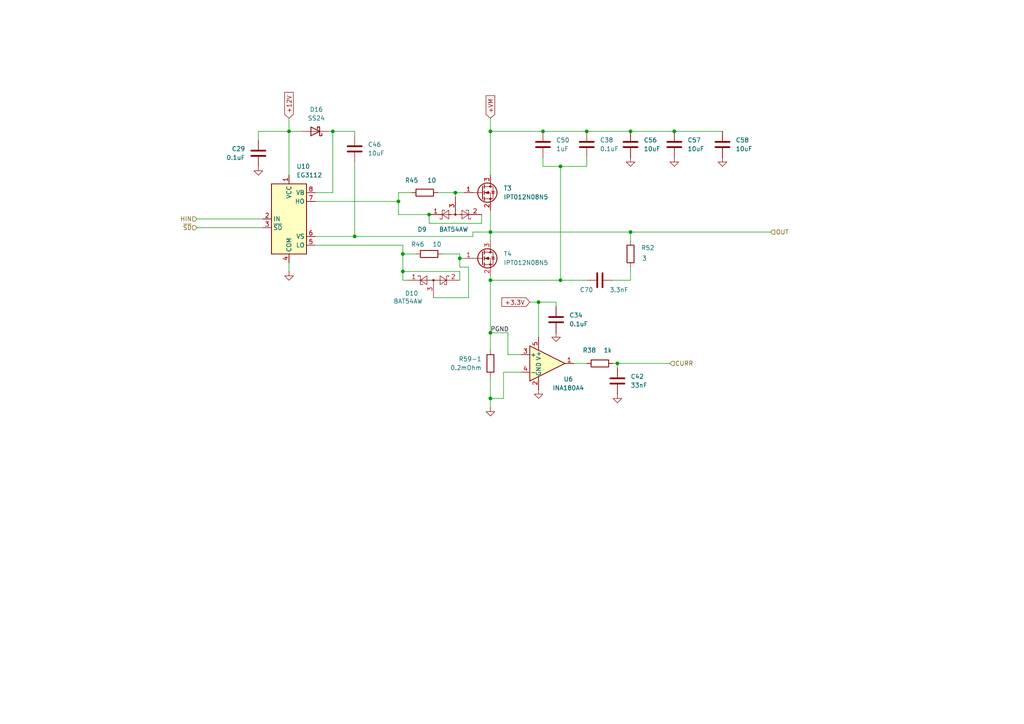
<source format=kicad_sch>
(kicad_sch (version 20250114) (generator "eeschema") (generator_version "9.0")
  (paper "A4")
  (lib_symbols
    (symbol "Amplifier_Current:INA180A4" (pin_names (offset 0.127))
      (property "Reference" "U" (at 3.81 3.81 0))
      (property "Value" "INA180A4" (at 3.81 -2.54 0))
      (symbol "INA180A4_0_1"
        (polyline (pts (xy 5.08 0) (xy -5.08 5.08) (xy -5.08 -5.08) (xy 5.08 0)) (stroke (width 0.254)) (fill (type background)))
      )
      (symbol "INA180A4_1_1"
        (pin input line (at -7.62 2.54 0) (length 2.54) (name "+") (number "3"))
        (pin input line (at -7.62 -2.54 0) (length 2.54) (name "-") (number "4"))
        (pin power_in line (at -2.54 7.62 270) (length 3.81) (name "V+") (number "5"))
        (pin power_in line (at -2.54 -7.62 90) (length 3.81) (name "GND") (number "2"))
        (pin output line (at 7.62 0 180) (length 2.54) (name "~") (number "1"))
      )
    )
    (symbol "Device:C" (pin_numbers (hide yes)) (pin_names (offset 0.254))
      (property "Reference" "C" (at 0.635 2.54 0))
      (property "Value" "C" (at 0.635 -2.54 0))
      (symbol "C_0_1"
        (polyline (pts (xy -2.032 0.762) (xy 2.032 0.762)) (stroke (width 0.508)))
        (polyline (pts (xy -2.032 -0.762) (xy 2.032 -0.762)) (stroke (width 0.508)))
      )
      (symbol "C_1_1"
        (pin passive line (at 0 3.81 270) (length 2.794) (name "~") (number "1"))
        (pin passive line (at 0 -3.81 90) (length 2.794) (name "~") (number "2"))
      )
    )
    (symbol "Device:R" (pin_numbers (hide yes)) (pin_names (offset 0))
      (property "Reference" "R" (at 2.032 0 90))
      (property "Value" "R" (at 0 0 90))
      (symbol "R_0_1"
        (rectangle (start -1.016 -2.54) (end 1.016 2.54) (stroke (width 0.254)))
      )
      (symbol "R_1_1"
        (pin passive line (at 0 3.81 270) (length 1.27) (name "~") (number "1"))
        (pin passive line (at 0 -3.81 90) (length 1.27) (name "~") (number "2"))
      )
    )
    (symbol "Diode:BAT54AW" (pin_names (offset 1.016))
      (property "Reference" "D" (at 0.635 -3.81 0))
      (property "Value" "BAT54AW" (at -6.35 3.175 0))
      (symbol "BAT54AW_0_1"
        (polyline (pts (xy -4.445 1.27) (xy -4.445 1.016)))
        (polyline (pts (xy -3.81 1.27) (xy -4.445 1.27)))
        (polyline (pts (xy -3.81 0) (xy -1.27 0)))
        (polyline (pts (xy -3.81 -1.27) (xy -3.81 1.27)))
        (polyline (pts (xy -3.81 -1.27) (xy -3.175 -1.27)))
        (polyline (pts (xy -3.175 -1.27) (xy -3.175 -1.016)))
        (polyline (pts (xy -1.905 1.27) (xy -1.905 -1.27) (xy -3.81 0) (xy -1.905 1.27)))
        (polyline (pts (xy -1.905 0) (xy 1.905 0)))
        (circle (center 0 0) (radius 0.254) (fill (type outline)))
        (polyline (pts (xy 1.27 0) (xy 3.81 0)))
        (polyline (pts (xy 1.905 1.27) (xy 1.905 -1.27) (xy 3.81 0) (xy 1.905 1.27)))
        (polyline (pts (xy 3.175 -1.27) (xy 3.175 -1.016)))
        (polyline (pts (xy 3.81 1.27) (xy 4.445 1.27)))
        (polyline (pts (xy 3.81 -1.27) (xy 3.175 -1.27)))
        (polyline (pts (xy 3.81 -1.27) (xy 3.81 1.27)))
        (polyline (pts (xy 4.445 1.27) (xy 4.445 1.016)))
      )
      (symbol "BAT54AW_1_1"
        (pin passive line (at -7.62 0 0) (length 3.81) (name "~") (number "1"))
        (pin passive line (at 0 -5.08 90) (length 5.08) (name "~") (number "3"))
        (pin passive line (at 7.62 0 180) (length 3.81) (name "~") (number "2"))
      )
    )
    (symbol "Diode:SS24" (pin_numbers (hide yes)) (pin_names (offset 1.016) (hide yes))
      (property "Reference" "D" (at 0 2.54 0))
      (property "Value" "SS24" (at 0 -2.54 0))
      (symbol "SS24_0_1"
        (polyline (pts (xy -1.905 0.635) (xy -1.905 1.27) (xy -1.27 1.27) (xy -1.27 -1.27) (xy -0.635 -1.27) (xy -0.635 -0.635)) (stroke (width 0.254)))
        (polyline (pts (xy 1.27 1.27) (xy 1.27 -1.27) (xy -1.27 0) (xy 1.27 1.27)) (stroke (width 0.254)))
        (polyline (pts (xy 1.27 0) (xy -1.27 0)))
      )
      (symbol "SS24_1_1"
        (pin passive line (at -3.81 0 0) (length 2.54) (name "K") (number "1"))
        (pin passive line (at 3.81 0 180) (length 2.54) (name "A") (number "2"))
      )
    )
    (symbol "Transistor_FET:IPT012N08N5" (pin_names (hide yes))
      (property "Reference" "Q" (at 5.08 1.905 0))
      (property "Value" "IPT012N08N5" (at 5.08 0 0))
      (symbol "IPT012N08N5_0_1"
        (polyline (pts (xy 0.254 1.905) (xy 0.254 -1.905)) (stroke (width 0.254)))
        (polyline (pts (xy 0.254 0) (xy -2.54 0)))
        (polyline (pts (xy 0.762 2.286) (xy 0.762 1.27)) (stroke (width 0.254)))
        (polyline (pts (xy 0.762 0.508) (xy 0.762 -0.508)) (stroke (width 0.254)))
        (polyline (pts (xy 0.762 -1.27) (xy 0.762 -2.286)) (stroke (width 0.254)))
        (polyline (pts (xy 0.762 -1.778) (xy 3.302 -1.778) (xy 3.302 1.778) (xy 0.762 1.778)))
        (polyline (pts (xy 1.016 0) (xy 2.032 0.381) (xy 2.032 -0.381) (xy 1.016 0)) (fill (type outline)))
        (circle (center 1.651 0) (radius 2.794) (stroke (width 0.254)))
        (polyline (pts (xy 2.54 2.54) (xy 2.54 1.778)))
        (circle (center 2.54 1.778) (radius 0.254) (fill (type outline)))
        (circle (center 2.54 -1.778) (radius 0.254) (fill (type outline)))
        (polyline (pts (xy 2.54 -2.54) (xy 2.54 0) (xy 0.762 0)))
        (polyline (pts (xy 2.794 0.508) (xy 2.921 0.381) (xy 3.683 0.381) (xy 3.81 0.254)))
        (polyline (pts (xy 3.302 0.381) (xy 2.921 -0.254) (xy 3.683 -0.254) (xy 3.302 0.381)))
      )
      (symbol "IPT012N08N5_1_1"
        (pin input line (at -5.08 0 0) (length 2.54) (name "G") (number "1"))
        (pin passive line (at 2.54 5.08 270) (length 2.54) (name "D") (number "3"))
        (pin passive line (at 2.54 -5.08 90) (length 2.54) (name "S") (number "2"))
      )
    )
    (symbol "local:EG2104S"
      (property "Reference" "U" (at 1.27 13.335 0))
      (property "Value" "EG2104S" (at 1.27 11.43 0))
      (symbol "EG2104S_0_1"
        (rectangle (start -5.08 10.16) (end 5.08 -10.16) (stroke (width 0.254)) (fill (type background)))
      )
      (symbol "EG2104S_1_1"
        (pin input line (at -7.62 0 0) (length 2.54) (name "IN") (number "2"))
        (pin input line (at -7.62 -2.54 0) (length 2.54) (name "~{SD}") (number "3"))
        (pin power_in line (at 0 12.7 270) (length 2.54) (name "VCC") (number "1"))
        (pin power_in line (at 0 -12.7 90) (length 2.54) (name "COM") (number "4"))
        (pin passive line (at 7.62 7.62 180) (length 2.54) (name "VB") (number "8"))
        (pin output line (at 7.62 5.08 180) (length 2.54) (name "HO") (number "7"))
        (pin passive line (at 7.62 -5.08 180) (length 2.54) (name "VS") (number "6"))
        (pin output line (at 7.62 -7.62 180) (length 2.54) (name "LO") (number "5"))
      )
    )
    (symbol "power:GND" (power) (pin_numbers (hide yes)) (pin_names (offset 0) (hide yes))
      (property "Value" "GND" (at 0 -3.81 0))
      (symbol "GND_0_1"
        (polyline (pts (xy 0 0) (xy 0 -1.27) (xy 1.27 -1.27) (xy 0 -2.54) (xy -1.27 -1.27) (xy 0 -1.27)))
      )
      (symbol "GND_1_1"
        (pin power_in line (at 0 0 270) (length 0) (name "~") (number "1"))
      )
    )
  )
  (junction (at 157.48 38.1))
  (junction (at 195.58 38.1))
  (junction (at 170.18 38.1))
  (junction (at 116.84 73.66))
  (junction (at 83.82 38.1))
  (junction (at 162.56 81.28))
  (junction (at 116.84 78.74))
  (junction (at 182.88 38.1))
  (junction (at 96.52 38.1))
  (junction (at 162.56 48.26))
  (junction (at 133.35 74.93))
  (junction (at 142.24 115.57))
  (junction (at 142.24 67.31))
  (junction (at 124.46 62.23))
  (junction (at 115.57 58.42))
  (junction (at 102.87 68.58))
  (junction (at 132.08 55.88))
  (junction (at 182.88 67.31))
  (junction (at 179.07 105.41))
  (junction (at 142.24 81.28))
  (junction (at 142.24 38.1))
  (junction (at 142.24 96.52))
  (junction (at 156.21 87.63))
  (wire (pts (xy 182.88 67.31) (xy 182.88 69.85)))
  (wire (pts (xy 125.73 86.36) (xy 135.89 86.36)))
  (wire (pts (xy 157.48 38.1) (xy 170.18 38.1)))
  (wire (pts (xy 83.82 76.2) (xy 83.82 78.74)))
  (wire (pts (xy 132.08 55.88) (xy 132.08 57.15)))
  (wire (pts (xy 151.13 102.87) (xy 147.32 102.87)))
  (wire (pts (xy 116.84 71.12) (xy 91.44 71.12)))
  (wire (pts (xy 137.16 67.31) (xy 142.24 67.31)))
  (wire (pts (xy 139.7 62.23) (xy 139.7 64.77)))
  (wire (pts (xy 162.56 48.26) (xy 162.56 81.28)))
  (wire (pts (xy 170.18 48.26) (xy 162.56 48.26)))
  (wire (pts (xy 118.11 81.28) (xy 116.84 81.28)))
  (wire (pts (xy 142.24 60.96) (xy 142.24 67.31)))
  (wire (pts (xy 156.21 97.79) (xy 156.21 87.63)))
  (wire (pts (xy 142.24 115.57) (xy 142.24 118.11)))
  (wire (pts (xy 182.88 81.28) (xy 177.8 81.28)))
  (wire (pts (xy 147.32 96.52) (xy 142.24 96.52)))
  (wire (pts (xy 132.08 55.88) (xy 134.62 55.88)))
  (wire (pts (xy 182.88 67.31) (xy 223.52 67.31)))
  (wire (pts (xy 74.93 38.1) (xy 83.82 38.1)))
  (wire (pts (xy 137.16 68.58) (xy 137.16 67.31)))
  (wire (pts (xy 102.87 68.58) (xy 137.16 68.58)))
  (wire (pts (xy 96.52 38.1) (xy 96.52 55.88)))
  (wire (pts (xy 57.15 66.04) (xy 76.2 66.04)))
  (wire (pts (xy 142.24 34.29) (xy 142.24 38.1)))
  (wire (pts (xy 146.05 115.57) (xy 142.24 115.57)))
  (wire (pts (xy 161.29 87.63) (xy 161.29 88.9)))
  (wire (pts (xy 133.35 73.66) (xy 133.35 74.93)))
  (wire (pts (xy 142.24 96.52) (xy 142.24 101.6)))
  (wire (pts (xy 83.82 38.1) (xy 87.63 38.1)))
  (wire (pts (xy 133.35 74.93) (xy 134.62 74.93)))
  (wire (pts (xy 162.56 81.28) (xy 142.24 81.28)))
  (wire (pts (xy 115.57 62.23) (xy 115.57 58.42)))
  (wire (pts (xy 182.88 77.47) (xy 182.88 81.28)))
  (wire (pts (xy 57.15 63.5) (xy 76.2 63.5)))
  (wire (pts (xy 177.8 105.41) (xy 179.07 105.41)))
  (wire (pts (xy 115.57 55.88) (xy 119.38 55.88)))
  (wire (pts (xy 166.37 105.41) (xy 170.18 105.41)))
  (wire (pts (xy 116.84 78.74) (xy 116.84 73.66)))
  (wire (pts (xy 128.27 73.66) (xy 133.35 73.66)))
  (wire (pts (xy 127 55.88) (xy 132.08 55.88)))
  (wire (pts (xy 142.24 38.1) (xy 157.48 38.1)))
  (wire (pts (xy 170.18 38.1) (xy 182.88 38.1)))
  (wire (pts (xy 147.32 102.87) (xy 147.32 96.52)))
  (wire (pts (xy 157.48 45.72) (xy 157.48 48.26)))
  (wire (pts (xy 139.7 64.77) (xy 124.46 64.77)))
  (wire (pts (xy 179.07 105.41) (xy 179.07 106.68)))
  (wire (pts (xy 142.24 80.01) (xy 142.24 81.28)))
  (wire (pts (xy 116.84 73.66) (xy 116.84 71.12)))
  (wire (pts (xy 124.46 62.23) (xy 124.46 64.77)))
  (wire (pts (xy 96.52 38.1) (xy 102.87 38.1)))
  (wire (pts (xy 116.84 81.28) (xy 116.84 78.74)))
  (wire (pts (xy 156.21 87.63) (xy 161.29 87.63)))
  (wire (pts (xy 91.44 58.42) (xy 115.57 58.42)))
  (wire (pts (xy 116.84 78.74) (xy 133.35 78.74)))
  (wire (pts (xy 157.48 48.26) (xy 162.56 48.26)))
  (wire (pts (xy 135.89 77.47) (xy 133.35 77.47)))
  (wire (pts (xy 146.05 107.95) (xy 146.05 115.57)))
  (wire (pts (xy 151.13 107.95) (xy 146.05 107.95)))
  (wire (pts (xy 91.44 55.88) (xy 96.52 55.88)))
  (wire (pts (xy 153.67 87.63) (xy 156.21 87.63)))
  (wire (pts (xy 124.46 62.23) (xy 115.57 62.23)))
  (wire (pts (xy 142.24 67.31) (xy 142.24 69.85)))
  (wire (pts (xy 95.25 38.1) (xy 96.52 38.1)))
  (wire (pts (xy 142.24 81.28) (xy 142.24 96.52)))
  (wire (pts (xy 102.87 46.99) (xy 102.87 68.58)))
  (wire (pts (xy 195.58 38.1) (xy 209.55 38.1)))
  (wire (pts (xy 170.18 45.72) (xy 170.18 48.26)))
  (wire (pts (xy 162.56 81.28) (xy 170.18 81.28)))
  (wire (pts (xy 102.87 38.1) (xy 102.87 39.37)))
  (wire (pts (xy 182.88 38.1) (xy 195.58 38.1)))
  (wire (pts (xy 120.65 73.66) (xy 116.84 73.66)))
  (wire (pts (xy 179.07 105.41) (xy 194.31 105.41)))
  (wire (pts (xy 135.89 77.47) (xy 135.89 86.36)))
  (wire (pts (xy 83.82 38.1) (xy 83.82 50.8)))
  (wire (pts (xy 142.24 109.22) (xy 142.24 115.57)))
  (wire (pts (xy 133.35 81.28) (xy 133.35 78.74)))
  (wire (pts (xy 91.44 68.58) (xy 102.87 68.58)))
  (wire (pts (xy 142.24 38.1) (xy 142.24 50.8)))
  (wire (pts (xy 74.93 40.64) (xy 74.93 38.1)))
  (wire (pts (xy 133.35 77.47) (xy 133.35 74.93)))
  (wire (pts (xy 83.82 34.29) (xy 83.82 38.1)))
  (wire (pts (xy 142.24 67.31) (xy 182.88 67.31)))
  (wire (pts (xy 115.57 58.42) (xy 115.57 55.88)))
  (label "PGND" (at 142.24 96.52 0))
  (global_label "+3.3V" (shape input) (at 153.67 87.63 180) (property "Intersheetrefs" "${INTERSHEET_REFS}" (effects (hide yes))))
  (global_label "+12V" (shape input) (at 83.82 34.29 90) (property "Intersheetrefs" "${INTERSHEET_REFS}" (effects (hide yes))))
  (global_label "+VM" (shape input) (at 142.24 34.29 90) (property "Intersheetrefs" "${INTERSHEET_REFS}" (effects (hide yes))))
  (hierarchical_label "HIN" (shape input) (at 57.15 63.5 180))
  (hierarchical_label "CURR" (shape input) (at 194.31 105.41 0))
  (hierarchical_label "OUT" (shape input) (at 223.52 67.31 0))
  (hierarchical_label "~{SD}" (shape input) (at 57.15 66.04 180))
  (symbol (lib_id "power:GND") (at 83.82 78.74 0) (mirror y) (unit 1)
    (property "Reference" "#PWR017" (effects (hide yes)))
    (property "Value" "GND" (effects (hide yes)))
    (property "Description" "Power symbol creates a global label with name \"GND\" , ground" (effects (hide yes)))
    (instances (project "dcesc-ga25" (path "" (reference "#PWR041") (unit 1)) (path "" (reference "#PWR053") (unit 1)) (path "" (reference "#PWR029") (unit 1)) (path "" (reference "#PWR017") (unit 1))))
  )
  (symbol (lib_id "power:GND") (at 156.21 113.03 0) (mirror y) (unit 1)
    (property "Reference" "#PWR021" (effects (hide yes)))
    (property "Value" "GND" (effects (hide yes)))
    (property "Description" "Power symbol creates a global label with name \"GND\" , ground" (effects (hide yes)))
    (instances (project "dcesc-ga25" (path "" (reference "#PWR045") (unit 1)) (path "" (reference "#PWR057") (unit 1)) (path "" (reference "#PWR033") (unit 1)) (path "" (reference "#PWR021") (unit 1))))
  )
  (symbol (lib_id "Device:C") (at 173.99 81.28 270) (unit 1)
    (property "Reference" "C69" (at 168.148 84.074 90) (effects (justify left)))
    (property "Value" "3.3nF" (at 176.784 84.074 90) (effects (justify left)))
    (property "Footprint" "Capacitor_SMD:C_0603_1608Metric" (effects (hide yes)))
    (property "Description" "Unpolarized capacitor" (effects (hide yes)))
    (instances (project "dcesc-ga25" (path "" (reference "C70") (unit 1)) (path "" (reference "C72") (unit 1)) (path "" (reference "C71") (unit 1)) (path "" (reference "C69") (unit 1))))
  )
  (symbol (lib_id "power:GND") (at 209.55 45.72 0) (mirror y) (unit 1)
    (property "Reference" "#PWR09" (effects (hide yes)))
    (property "Value" "GND" (effects (hide yes)))
    (property "Description" "Power symbol creates a global label with name \"GND\" , ground" (effects (hide yes)))
    (instances (project "dcesc-ga25" (path "" (reference "#PWR094") (unit 1)) (path "" (reference "#PWR095") (unit 1)) (path "" (reference "#PWR093") (unit 1)) (path "" (reference "#PWR09") (unit 1))))
  )
  (symbol (lib_id "power:GND") (at 182.88 45.72 0) (mirror y) (unit 1)
    (property "Reference" "#PWR020" (effects (hide yes)))
    (property "Value" "GND" (effects (hide yes)))
    (property "Description" "Power symbol creates a global label with name \"GND\" , ground" (effects (hide yes)))
    (instances (project "dcesc-ga25" (path "" (reference "#PWR044") (unit 1)) (path "" (reference "#PWR056") (unit 1)) (path "" (reference "#PWR032") (unit 1)) (path "" (reference "#PWR020") (unit 1))))
  )
  (symbol (lib_id "power:GND") (at 161.29 96.52 0) (mirror y) (unit 1)
    (property "Reference" "#PWR065" (effects (hide yes)))
    (property "Value" "GND" (effects (hide yes)))
    (property "Description" "Power symbol creates a global label with name \"GND\" , ground" (effects (hide yes)))
    (instances (project "dcesc-ga25" (path "" (reference "#PWR067") (unit 1)) (path "" (reference "#PWR068") (unit 1)) (path "" (reference "#PWR066") (unit 1)) (path "" (reference "#PWR065") (unit 1))))
  )
  (symbol (lib_id "local:EG2104S") (at 83.82 63.5 0) (unit 1)
    (property "Reference" "U9" (at 85.9633 48.26 0) (effects (justify left)))
    (property "Value" "EG3112" (at 85.9633 50.8 0) (effects (justify left)))
    (property "Footprint" "Package_SO:SOP-8_3.9x4.9mm_P1.27mm" (effects (hide yes)))
    (property "Datasheet" "https://www.infineon.com/dgdl/ir2104.pdf?fileId=5546d462533600a4015355c7c1c31671" (effects (hide yes)))
    (property "Description" "Half-Bridge Driver, 600V, 210/360mA, PDIP-8/SOIC-8" (effects (hide yes)))
    (instances (project "dcesc-ga25" (path "" (reference "U10") (unit 1)) (path "" (reference "U12") (unit 1)) (path "" (reference "U11") (unit 1)) (path "" (reference "U9") (unit 1))))
  )
  (symbol (lib_id "Amplifier_Current:INA180A4") (at 158.75 105.41 0) (unit 1)
    (property "Reference" "U5" (at 164.846 109.982 0))
    (property "Value" "INA180A4" (at 164.846 112.522 0))
    (property "Footprint" "Package_TO_SOT_SMD:SOT-23-5" (effects (hide yes)))
    (property "Datasheet" "http://www.ti.com/lit/ds/symlink/ina180.pdf" (effects (hide yes)))
    (property "Description" "Current Sense Amplifier, 1 Circuit, Rail-to-Rail, 26V, Gain 200 V/V, SOT-23-5" (effects (hide yes)))
    (instances (project "" (path "" (reference "U6") (unit 1)) (path "" (reference "U8") (unit 1)) (path "" (reference "U7") (unit 1)) (path "" (reference "U5") (unit 1))))
  )
  (symbol (lib_id "Diode:SS24") (at 91.44 38.1 180) (unit 1)
    (property "Reference" "D15" (at 91.7575 31.75 0))
    (property "Value" "SS24" (at 91.7575 34.29 0))
    (property "Footprint" "Diode_SMD:D_SMA" (effects (hide yes)))
    (property "Datasheet" "https://www.vishay.com/docs/88748/ss22.pdf" (effects (hide yes)))
    (property "Description" "40V 2A Schottky Diode, SMA" (effects (hide yes)))
    (instances (project "dcesc-ga25" (path "" (reference "D16") (unit 1)) (path "" (reference "D18") (unit 1)) (path "" (reference "D17") (unit 1)) (path "" (reference "D15") (unit 1))))
  )
  (symbol (lib_id "Device:C") (at 157.48 41.91 0) (unit 1)
    (property "Reference" "C49" (at 161.29 40.6399 0) (effects (justify left)))
    (property "Value" "1uF" (at 161.29 43.1799 0) (effects (justify left)))
    (property "Footprint" "Capacitor_SMD:C_0805_2012Metric" (effects (hide yes)))
    (property "Description" "Unpolarized capacitor" (effects (hide yes)))
    (instances (project "dcesc-ga25" (path "" (reference "C50") (unit 1)) (path "" (reference "C52") (unit 1)) (path "" (reference "C51") (unit 1)) (path "" (reference "C49") (unit 1))))
  )
  (symbol (lib_id "Device:R") (at 123.19 55.88 270) (unit 1)
    (property "Reference" "R43" (at 119.38 52.324 90))
    (property "Value" "10" (at 125.222 52.324 90))
    (property "Footprint" "Resistor_SMD:R_0603_1608Metric" (effects (hide yes)))
    (property "Description" "Resistor" (effects (hide yes)))
    (instances (project "dcesc-ga25" (path "" (reference "R45") (unit 1)) (path "" (reference "R49") (unit 1)) (path "" (reference "R47") (unit 1)) (path "" (reference "R43") (unit 1))))
  )
  (symbol (lib_id "Device:C") (at 209.55 41.91 0) (unit 1)
    (property "Reference" "C55" (at 213.36 40.6399 0) (effects (justify left)))
    (property "Value" "10uF" (at 213.36 43.1799 0) (effects (justify left)))
    (property "Footprint" "Capacitor_SMD:C_1206_3216Metric" (effects (hide yes)))
    (property "Description" "Unpolarized capacitor" (effects (hide yes)))
    (instances (project "dcesc-ga25" (path "" (reference "C58") (unit 1)) (path "" (reference "C64") (unit 1)) (path "" (reference "C61") (unit 1)) (path "" (reference "C55") (unit 1))))
  )
  (symbol (lib_id "Device:C") (at 170.18 41.91 0) (unit 1)
    (property "Reference" "C37" (at 173.99 40.6399 0) (effects (justify left)))
    (property "Value" "0.1uF" (at 173.99 43.1799 0) (effects (justify left)))
    (property "Footprint" "Capacitor_SMD:C_0603_1608Metric" (effects (hide yes)))
    (property "Description" "Unpolarized capacitor" (effects (hide yes)))
    (instances (project "dcesc-ga25" (path "" (reference "C38") (unit 1)) (path "" (reference "C40") (unit 1)) (path "" (reference "C39") (unit 1)) (path "" (reference "C37") (unit 1))))
  )
  (symbol (lib_id "Diode:BAT54AW") (at 125.73 81.28 0) (unit 1)
    (property "Reference" "D8" (at 119.38 85.09 0))
    (property "Value" "BAT54AW" (at 118.364 87.376 0))
    (property "Footprint" "Package_TO_SOT_SMD:SOT-323_SC-70" (effects (hide yes)))
    (property "Datasheet" "https://assets.nexperia.com/documents/data-sheet/BAT54W_SER.pdf" (effects (hide yes)))
    (property "Description" "Dual schottky barrier diode, common anode, SOT-323" (effects (hide yes)))
    (instances (project "dcesc-ga25" (path "" (reference "D10") (unit 1)) (path "" (reference "D14") (unit 1)) (path "" (reference "D12") (unit 1)) (path "" (reference "D8") (unit 1))))
  )
  (symbol (lib_id "Device:C") (at 74.93 44.45 0) (mirror y) (unit 1)
    (property "Reference" "C28" (at 71.12 43.1799 0) (effects (justify left)))
    (property "Value" "0.1uF" (at 71.12 45.7199 0) (effects (justify left)))
    (property "Footprint" "Capacitor_SMD:C_0603_1608Metric" (effects (hide yes)))
    (property "Description" "Unpolarized capacitor" (effects (hide yes)))
    (instances (project "dcesc-ga25" (path "" (reference "C29") (unit 1)) (path "" (reference "C31") (unit 1)) (path "" (reference "C30") (unit 1)) (path "" (reference "C28") (unit 1))))
  )
  (symbol (lib_id "power:GND") (at 74.93 48.26 0) (mirror y) (unit 1)
    (property "Reference" "#PWR016" (effects (hide yes)))
    (property "Value" "GND" (effects (hide yes)))
    (property "Description" "Power symbol creates a global label with name \"GND\" , ground" (effects (hide yes)))
    (instances (project "dcesc-ga25" (path "" (reference "#PWR040") (unit 1)) (path "" (reference "#PWR052") (unit 1)) (path "" (reference "#PWR028") (unit 1)) (path "" (reference "#PWR016") (unit 1))))
  )
  (symbol (lib_id "Device:C") (at 102.87 43.18 0) (unit 1)
    (property "Reference" "C45" (at 106.68 41.9099 0) (effects (justify left)))
    (property "Value" "10uF" (at 106.68 44.4499 0) (effects (justify left)))
    (property "Footprint" "Capacitor_SMD:C_0805_2012Metric" (effects (hide yes)))
    (property "Description" "Unpolarized capacitor" (effects (hide yes)))
    (instances (project "dcesc-ga25" (path "" (reference "C46") (unit 1)) (path "" (reference "C48") (unit 1)) (path "" (reference "C47") (unit 1)) (path "" (reference "C45") (unit 1))))
  )
  (symbol (lib_id "Device:R") (at 182.88 73.66 0) (mirror x) (unit 1)
    (property "Reference" "R51" (at 185.928 71.882 0) (effects (justify left)))
    (property "Value" "3" (at 186.182 74.93 0) (effects (justify left)))
    (property "Footprint" "Resistor_SMD:R_1206_3216Metric" (effects (hide yes)))
    (property "Description" "Resistor" (effects (hide yes)))
    (instances (project "dcesc-ga25" (path "" (reference "R52") (unit 1)) (path "" (reference "R54") (unit 1)) (path "" (reference "R53") (unit 1)) (path "" (reference "R51") (unit 1))))
  )
  (symbol (lib_id "Device:C") (at 182.88 41.91 0) (unit 1)
    (property "Reference" "C53" (at 186.69 40.6399 0) (effects (justify left)))
    (property "Value" "10uF" (at 186.69 43.1799 0) (effects (justify left)))
    (property "Footprint" "Capacitor_SMD:C_1206_3216Metric" (effects (hide yes)))
    (property "Description" "Unpolarized capacitor" (effects (hide yes)))
    (instances (project "dcesc-ga25" (path "" (reference "C56") (unit 1)) (path "" (reference "C62") (unit 1)) (path "" (reference "C59") (unit 1)) (path "" (reference "C53") (unit 1))))
  )
  (symbol (lib_id "power:GND") (at 142.24 118.11 0) (mirror y) (unit 1)
    (property "Reference" "#PWR019" (effects (hide yes)))
    (property "Value" "GND" (effects (hide yes)))
    (property "Description" "Power symbol creates a global label with name \"GND\" , ground" (effects (hide yes)))
    (instances (project "dcesc-ga25" (path "" (reference "#PWR043") (unit 1)) (path "" (reference "#PWR055") (unit 1)) (path "" (reference "#PWR031") (unit 1)) (path "" (reference "#PWR019") (unit 1))))
  )
  (symbol (lib_id "Device:R") (at 124.46 73.66 270) (unit 1)
    (property "Reference" "R44" (at 121.158 70.866 90))
    (property "Value" "10" (at 126.746 70.866 90))
    (property "Footprint" "Resistor_SMD:R_0603_1608Metric" (effects (hide yes)))
    (property "Description" "Resistor" (effects (hide yes)))
    (instances (project "dcesc-ga25" (path "" (reference "R46") (unit 1)) (path "" (reference "R50") (unit 1)) (path "" (reference "R48") (unit 1)) (path "" (reference "R44") (unit 1))))
  )
  (symbol (lib_id "Transistor_FET:IPT012N08N5") (at 139.7 74.93 0) (unit 1)
    (property "Reference" "T2" (at 146.05 73.6599 0) (effects (justify left)))
    (property "Value" "IPT012N08N5" (at 146.05 76.1999 0) (effects (justify left)))
    (property "Footprint" "Package_TO_SOT_SMD:Infineon_PG-HSOF-8-1" (effects (hide yes)))
    (property "Datasheet" "http://www.infineon.com/dgdl/Infineon-IPT012N08N5-DS-v02_01-EN.pdf?fileId=5546d4624a75e5f1014aca59127a1eb9" (effects (hide yes)))
    (property "Description" "300A Id, 80V Vds, OptiMOS N-Channel Power MOSFET, 1.2mOhm Ron, Qg (typ) 178.0nC, PG-HSOF-8" (effects (hide yes)))
    (instances (project "dcesc-ga25" (path "" (reference "T4") (unit 1)) (path "" (reference "T8") (unit 1)) (path "" (reference "T6") (unit 1)) (path "" (reference "T2") (unit 1))))
  )
  (symbol (lib_id "Device:C") (at 161.29 92.71 0) (unit 1)
    (property "Reference" "C33" (at 165.1 91.4399 0) (effects (justify left)))
    (property "Value" "0.1uF" (at 165.1 93.9799 0) (effects (justify left)))
    (property "Footprint" "Capacitor_SMD:C_0603_1608Metric" (effects (hide yes)))
    (property "Description" "Unpolarized capacitor" (effects (hide yes)))
    (instances (project "dcesc-ga25" (path "" (reference "C34") (unit 1)) (path "" (reference "C36") (unit 1)) (path "" (reference "C35") (unit 1)) (path "" (reference "C33") (unit 1))))
  )
  (symbol (lib_id "Device:R") (at 142.24 105.41 0) (mirror y) (unit 1) (in_bom no)
    (property "Reference" "R57-1" (at 139.7 104.1399 0) (effects (justify left)))
    (property "Value" "0.2mOhm" (at 139.7 106.6799 0) (effects (justify left)))
    (property "Footprint" "locals:R_SHUNT" (effects (hide yes)))
    (property "Description" "Resistor" (effects (hide yes)))
    (instances (project "dcesc-ga25" (path "" (reference "R59-1") (unit 1)) (path "" (reference "R60-1") (unit 1)) (path "" (reference "R58-1") (unit 1)) (path "" (reference "R57-1") (unit 1))))
  )
  (symbol (lib_id "power:GND") (at 195.58 45.72 0) (mirror y) (unit 1)
    (property "Reference" "#PWR022" (effects (hide yes)))
    (property "Value" "GND" (effects (hide yes)))
    (property "Description" "Power symbol creates a global label with name \"GND\" , ground" (effects (hide yes)))
    (instances (project "dcesc-ga25" (path "" (reference "#PWR046") (unit 1)) (path "" (reference "#PWR058") (unit 1)) (path "" (reference "#PWR034") (unit 1)) (path "" (reference "#PWR022") (unit 1))))
  )
  (symbol (lib_id "Device:C") (at 179.07 110.49 0) (unit 1)
    (property "Reference" "C41" (at 182.88 109.2199 0) (effects (justify left)))
    (property "Value" "33nF" (at 182.88 111.7599 0) (effects (justify left)))
    (property "Footprint" "Capacitor_SMD:C_0603_1608Metric" (effects (hide yes)))
    (property "Description" "Unpolarized capacitor" (effects (hide yes)))
    (instances (project "dcesc-ga25" (path "" (reference "C42") (unit 1)) (path "" (reference "C44") (unit 1)) (path "" (reference "C43") (unit 1)) (path "" (reference "C41") (unit 1))))
  )
  (symbol (lib_id "Transistor_FET:IPT012N08N5") (at 139.7 55.88 0) (unit 1)
    (property "Reference" "T1" (at 146.05 54.6099 0) (effects (justify left)))
    (property "Value" "IPT012N08N5" (at 146.05 57.1499 0) (effects (justify left)))
    (property "Footprint" "Package_TO_SOT_SMD:Infineon_PG-HSOF-8-1" (effects (hide yes)))
    (property "Datasheet" "http://www.infineon.com/dgdl/Infineon-IPT012N08N5-DS-v02_01-EN.pdf?fileId=5546d4624a75e5f1014aca59127a1eb9" (effects (hide yes)))
    (property "Description" "300A Id, 80V Vds, OptiMOS N-Channel Power MOSFET, 1.2mOhm Ron, Qg (typ) 178.0nC, PG-HSOF-8" (effects (hide yes)))
    (instances (project "dcesc-ga25" (path "" (reference "T3") (unit 1)) (path "" (reference "T7") (unit 1)) (path "" (reference "T5") (unit 1)) (path "" (reference "T1") (unit 1))))
  )
  (symbol (lib_id "power:GND") (at 179.07 114.3 0) (mirror y) (unit 1)
    (property "Reference" "#PWR024" (effects (hide yes)))
    (property "Value" "GND" (effects (hide yes)))
    (property "Description" "Power symbol creates a global label with name \"GND\" , ground" (effects (hide yes)))
    (instances (project "dcesc-ga25" (path "" (reference "#PWR048") (unit 1)) (path "" (reference "#PWR060") (unit 1)) (path "" (reference "#PWR036") (unit 1)) (path "" (reference "#PWR024") (unit 1))))
  )
  (symbol (lib_id "Diode:BAT54AW") (at 132.08 62.23 0) (mirror x) (unit 1)
    (property "Reference" "D7" (at 122.428 66.548 0))
    (property "Value" "BAT54AW" (at 131.572 66.548 0))
    (property "Footprint" "Package_TO_SOT_SMD:SOT-323_SC-70" (effects (hide yes)))
    (property "Datasheet" "https://assets.nexperia.com/documents/data-sheet/BAT54W_SER.pdf" (effects (hide yes)))
    (property "Description" "Dual schottky barrier diode, common anode, SOT-323" (effects (hide yes)))
    (instances (project "dcesc-ga25" (path "" (reference "D9") (unit 1)) (path "" (reference "D13") (unit 1)) (path "" (reference "D11") (unit 1)) (path "" (reference "D7") (unit 1))))
  )
  (symbol (lib_id "Device:C") (at 195.58 41.91 0) (unit 1)
    (property "Reference" "C54" (at 199.39 40.6399 0) (effects (justify left)))
    (property "Value" "10uF" (at 199.39 43.1799 0) (effects (justify left)))
    (property "Footprint" "Capacitor_SMD:C_1206_3216Metric" (effects (hide yes)))
    (property "Description" "Unpolarized capacitor" (effects (hide yes)))
    (instances (project "dcesc-ga25" (path "" (reference "C57") (unit 1)) (path "" (reference "C63") (unit 1)) (path "" (reference "C60") (unit 1)) (path "" (reference "C54") (unit 1))))
  )
  (symbol (lib_id "Device:R") (at 173.99 105.41 270) (unit 1)
    (property "Reference" "R37" (at 170.942 101.6 90))
    (property "Value" "1k" (at 176.276 101.6 90))
    (property "Footprint" "Resistor_SMD:R_0603_1608Metric" (effects (hide yes)))
    (property "Description" "Resistor" (effects (hide yes)))
    (instances (project "dcesc-ga25" (path "" (reference "R38") (unit 1)) (path "" (reference "R40") (unit 1)) (path "" (reference "R39") (unit 1)) (path "" (reference "R37") (unit 1))))
  )
)
</source>
